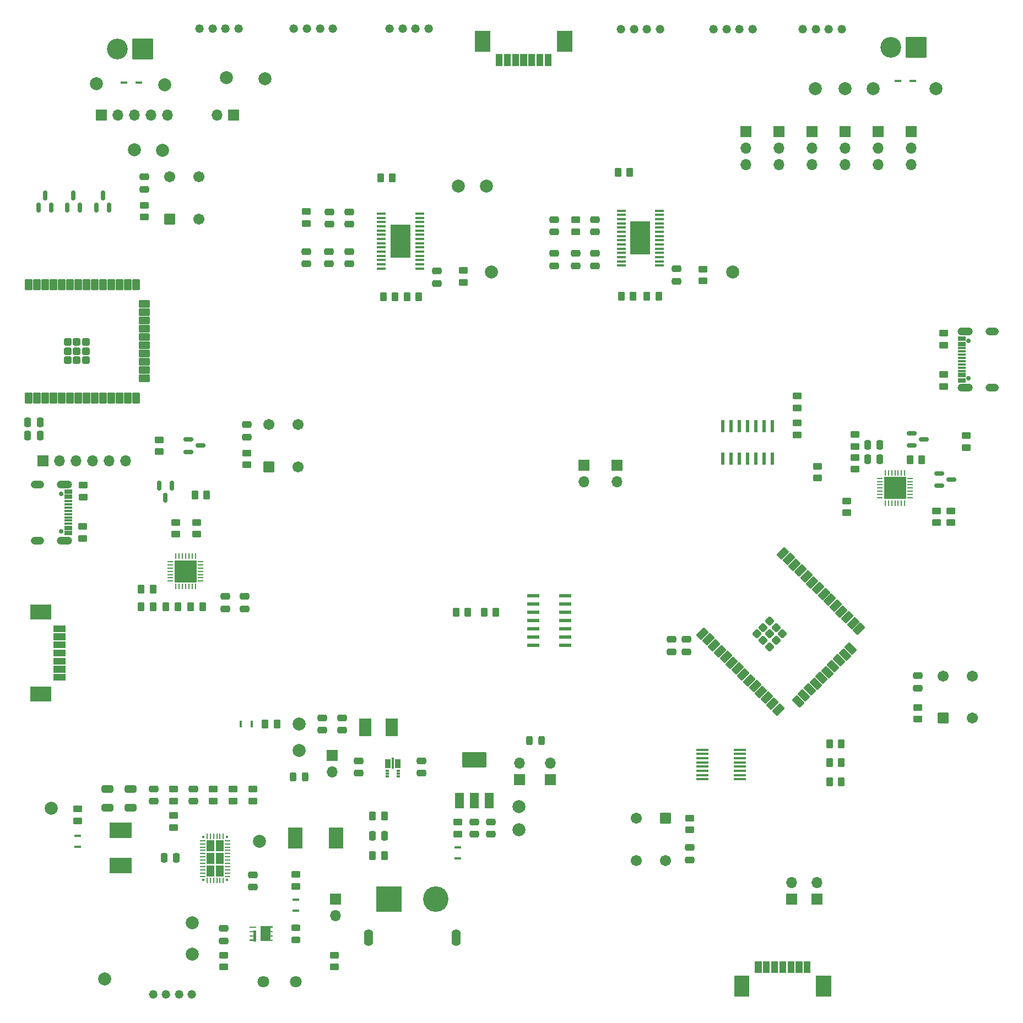
<source format=gts>
%TF.GenerationSoftware,KiCad,Pcbnew,7.0.9*%
%TF.CreationDate,2024-03-24T19:40:24-04:00*%
%TF.ProjectId,CSTAR,43535441-522e-46b6-9963-61645f706362,rev?*%
%TF.SameCoordinates,Original*%
%TF.FileFunction,Soldermask,Top*%
%TF.FilePolarity,Negative*%
%FSLAX46Y46*%
G04 Gerber Fmt 4.6, Leading zero omitted, Abs format (unit mm)*
G04 Created by KiCad (PCBNEW 7.0.9) date 2024-03-24 19:40:24*
%MOMM*%
%LPD*%
G01*
G04 APERTURE LIST*
G04 Aperture macros list*
%AMRoundRect*
0 Rectangle with rounded corners*
0 $1 Rounding radius*
0 $2 $3 $4 $5 $6 $7 $8 $9 X,Y pos of 4 corners*
0 Add a 4 corners polygon primitive as box body*
4,1,4,$2,$3,$4,$5,$6,$7,$8,$9,$2,$3,0*
0 Add four circle primitives for the rounded corners*
1,1,$1+$1,$2,$3*
1,1,$1+$1,$4,$5*
1,1,$1+$1,$6,$7*
1,1,$1+$1,$8,$9*
0 Add four rect primitives between the rounded corners*
20,1,$1+$1,$2,$3,$4,$5,0*
20,1,$1+$1,$4,$5,$6,$7,0*
20,1,$1+$1,$6,$7,$8,$9,0*
20,1,$1+$1,$8,$9,$2,$3,0*%
%AMFreePoly0*
4,1,9,0.533400,-0.170180,0.127000,-0.170180,0.127000,-0.127000,-0.533400,-0.127000,-0.533400,0.127000,0.127000,0.127000,0.127000,1.480820,0.533400,1.480820,0.533400,-0.170180,0.533400,-0.170180,$1*%
%AMFreePoly1*
4,1,9,0.177800,0.127000,0.533400,0.127000,0.533400,-0.127000,0.177800,-0.127000,0.177800,-2.153920,-1.320800,-2.153920,-1.320800,0.157480,0.177800,0.157480,0.177800,0.127000,0.177800,0.127000,$1*%
G04 Aperture macros list end*
%ADD10C,0.010000*%
%ADD11R,1.700000X1.700000*%
%ADD12O,1.700000X1.700000*%
%ADD13C,0.700000*%
%ADD14RoundRect,0.050000X-0.570000X0.300000X-0.570000X-0.300000X0.570000X-0.300000X0.570000X0.300000X0*%
%ADD15RoundRect,0.050000X-0.570000X0.150000X-0.570000X-0.150000X0.570000X-0.150000X0.570000X0.150000X0*%
%ADD16O,2.354000X1.254000*%
%ADD17O,2.054000X1.254000*%
%ADD18RoundRect,0.050000X0.570000X-0.150000X0.570000X0.150000X-0.570000X0.150000X-0.570000X-0.150000X0*%
%ADD19RoundRect,0.050000X0.570000X-0.300000X0.570000X0.300000X-0.570000X0.300000X-0.570000X-0.300000X0*%
%ADD20C,2.000000*%
%ADD21RoundRect,0.250000X-0.262500X-0.450000X0.262500X-0.450000X0.262500X0.450000X-0.262500X0.450000X0*%
%ADD22RoundRect,0.250000X0.250000X0.475000X-0.250000X0.475000X-0.250000X-0.475000X0.250000X-0.475000X0*%
%ADD23RoundRect,0.250000X-0.475000X0.250000X-0.475000X-0.250000X0.475000X-0.250000X0.475000X0.250000X0*%
%ADD24C,1.320800*%
%ADD25RoundRect,0.150000X-0.587500X-0.150000X0.587500X-0.150000X0.587500X0.150000X-0.587500X0.150000X0*%
%ADD26RoundRect,0.250000X0.650000X-0.325000X0.650000X0.325000X-0.650000X0.325000X-0.650000X-0.325000X0*%
%ADD27RoundRect,0.150000X-0.150000X0.587500X-0.150000X-0.587500X0.150000X-0.587500X0.150000X0.587500X0*%
%ADD28R,3.429000X2.489200*%
%ADD29RoundRect,0.250000X-0.450000X0.262500X-0.450000X-0.262500X0.450000X-0.262500X0.450000X0.262500X0*%
%ADD30RoundRect,0.250000X-0.250000X-0.475000X0.250000X-0.475000X0.250000X0.475000X-0.250000X0.475000X0*%
%ADD31R,0.812800X1.447800*%
%ADD32R,0.609600X0.304800*%
%ADD33R,0.304800X1.727200*%
%ADD34R,0.990600X0.406400*%
%ADD35RoundRect,0.150000X0.150000X-0.587500X0.150000X0.587500X-0.150000X0.587500X-0.150000X-0.587500X0*%
%ADD36RoundRect,0.250000X0.262500X0.450000X-0.262500X0.450000X-0.262500X-0.450000X0.262500X-0.450000X0*%
%ADD37RoundRect,0.250000X0.450000X-0.262500X0.450000X0.262500X-0.450000X0.262500X-0.450000X-0.262500X0*%
%ADD38R,1.400000X0.449999*%
%ADD39C,0.499999*%
%ADD40R,3.099999X5.180000*%
%ADD41RoundRect,0.250000X0.475000X-0.250000X0.475000X0.250000X-0.475000X0.250000X-0.475000X-0.250000X0*%
%ADD42R,0.254000X0.965200*%
%ADD43R,0.965200X0.254000*%
%ADD44R,3.352800X3.352800*%
%ADD45R,1.981200X0.558800*%
%ADD46R,0.558800X1.981200*%
%ADD47RoundRect,0.102000X-0.749000X0.749000X-0.749000X-0.749000X0.749000X-0.749000X0.749000X0.749000X0*%
%ADD48C,1.702000*%
%ADD49R,1.117600X0.406400*%
%ADD50RoundRect,0.243750X-0.243750X-0.456250X0.243750X-0.456250X0.243750X0.456250X-0.243750X0.456250X0*%
%ADD51RoundRect,0.102000X-0.212132X-0.848528X0.848528X0.212132X0.212132X0.848528X-0.848528X-0.212132X0*%
%ADD52RoundRect,0.102000X0.212132X-0.848528X0.848528X-0.212132X-0.212132X0.848528X-0.848528X0.212132X0*%
%ADD53RoundRect,0.102000X0.000000X-0.636396X0.636396X0.000000X0.000000X0.636396X-0.636396X0.000000X0*%
%ADD54RoundRect,0.102000X0.600000X-1.100000X0.600000X1.100000X-0.600000X1.100000X-0.600000X-1.100000X0*%
%ADD55RoundRect,0.102000X1.750000X-1.100000X1.750000X1.100000X-1.750000X1.100000X-1.750000X-1.100000X0*%
%ADD56RoundRect,0.102000X1.500000X1.500000X-1.500000X1.500000X-1.500000X-1.500000X1.500000X-1.500000X0*%
%ADD57C,3.204000*%
%ADD58RoundRect,0.102000X0.450000X-0.750000X0.450000X0.750000X-0.450000X0.750000X-0.450000X-0.750000X0*%
%ADD59RoundRect,0.102000X0.750000X-0.450000X0.750000X0.450000X-0.750000X0.450000X-0.750000X-0.450000X0*%
%ADD60RoundRect,0.102000X0.450000X-0.450000X0.450000X0.450000X-0.450000X0.450000X-0.450000X-0.450000X0*%
%ADD61R,1.066800X0.254000*%
%ADD62FreePoly0,0.000000*%
%ADD63FreePoly1,0.000000*%
%ADD64RoundRect,0.243750X0.456250X-0.243750X0.456250X0.243750X-0.456250X0.243750X-0.456250X-0.243750X0*%
%ADD65R,1.981200X2.794000*%
%ADD66RoundRect,0.102000X1.858000X1.858000X-1.858000X1.858000X-1.858000X-1.858000X1.858000X-1.858000X0*%
%ADD67C,3.920000*%
%ADD68O,1.404000X2.604000*%
%ADD69R,2.184400X3.200400*%
%ADD70R,0.406400X0.990600*%
%ADD71R,1.955432X0.420766*%
%ADD72C,1.803400*%
%ADD73R,0.812800X0.228600*%
%ADD74R,0.228600X0.812800*%
%ADD75R,1.193800X1.727200*%
%ADD76R,0.381000X0.381000*%
%ADD77RoundRect,0.102000X0.749000X-0.749000X0.749000X0.749000X-0.749000X0.749000X-0.749000X-0.749000X0*%
G04 APERTURE END LIST*
%TO.C,J26*%
D10*
X135746200Y-56186200D02*
X133493800Y-56186200D01*
X133493800Y-53033800D01*
X135746200Y-53033800D01*
X135746200Y-56186200D01*
G36*
X135746200Y-56186200D02*
G01*
X133493800Y-56186200D01*
X133493800Y-53033800D01*
X135746200Y-53033800D01*
X135746200Y-56186200D01*
G37*
X132546200Y-58386200D02*
X131593800Y-58386200D01*
X131593800Y-56633800D01*
X132546200Y-56633800D01*
X132546200Y-58386200D01*
G36*
X132546200Y-58386200D02*
G01*
X131593800Y-58386200D01*
X131593800Y-56633800D01*
X132546200Y-56633800D01*
X132546200Y-58386200D01*
G37*
X131296200Y-58386200D02*
X130343800Y-58386200D01*
X130343800Y-56633800D01*
X131296200Y-56633800D01*
X131296200Y-58386200D01*
G36*
X131296200Y-58386200D02*
G01*
X130343800Y-58386200D01*
X130343800Y-56633800D01*
X131296200Y-56633800D01*
X131296200Y-58386200D01*
G37*
X130046200Y-58386200D02*
X129093800Y-58386200D01*
X129093800Y-56633800D01*
X130046200Y-56633800D01*
X130046200Y-58386200D01*
G36*
X130046200Y-58386200D02*
G01*
X129093800Y-58386200D01*
X129093800Y-56633800D01*
X130046200Y-56633800D01*
X130046200Y-58386200D01*
G37*
X128796200Y-58386200D02*
X127843800Y-58386200D01*
X127843800Y-56633800D01*
X128796200Y-56633800D01*
X128796200Y-58386200D01*
G36*
X128796200Y-58386200D02*
G01*
X127843800Y-58386200D01*
X127843800Y-56633800D01*
X128796200Y-56633800D01*
X128796200Y-58386200D01*
G37*
X127546200Y-58386200D02*
X126593800Y-58386200D01*
X126593800Y-56633800D01*
X127546200Y-56633800D01*
X127546200Y-58386200D01*
G36*
X127546200Y-58386200D02*
G01*
X126593800Y-58386200D01*
X126593800Y-56633800D01*
X127546200Y-56633800D01*
X127546200Y-58386200D01*
G37*
X126296200Y-58386200D02*
X125343800Y-58386200D01*
X125343800Y-56633800D01*
X126296200Y-56633800D01*
X126296200Y-58386200D01*
G36*
X126296200Y-58386200D02*
G01*
X125343800Y-58386200D01*
X125343800Y-56633800D01*
X126296200Y-56633800D01*
X126296200Y-58386200D01*
G37*
X125046200Y-58386200D02*
X124093800Y-58386200D01*
X124093800Y-56633800D01*
X125046200Y-56633800D01*
X125046200Y-58386200D01*
G36*
X125046200Y-58386200D02*
G01*
X124093800Y-58386200D01*
X124093800Y-56633800D01*
X125046200Y-56633800D01*
X125046200Y-58386200D01*
G37*
X123146200Y-56186200D02*
X120893800Y-56186200D01*
X120893800Y-53033800D01*
X123146200Y-53033800D01*
X123146200Y-56186200D01*
G36*
X123146200Y-56186200D02*
G01*
X120893800Y-56186200D01*
X120893800Y-53033800D01*
X123146200Y-53033800D01*
X123146200Y-56186200D01*
G37*
%TO.C,J7*%
X162974200Y-201466200D02*
X160721800Y-201466200D01*
X160721800Y-198313800D01*
X162974200Y-198313800D01*
X162974200Y-201466200D01*
G36*
X162974200Y-201466200D02*
G01*
X160721800Y-201466200D01*
X160721800Y-198313800D01*
X162974200Y-198313800D01*
X162974200Y-201466200D01*
G37*
X164874200Y-197866200D02*
X163921800Y-197866200D01*
X163921800Y-196113800D01*
X164874200Y-196113800D01*
X164874200Y-197866200D01*
G36*
X164874200Y-197866200D02*
G01*
X163921800Y-197866200D01*
X163921800Y-196113800D01*
X164874200Y-196113800D01*
X164874200Y-197866200D01*
G37*
X166124200Y-197866200D02*
X165171800Y-197866200D01*
X165171800Y-196113800D01*
X166124200Y-196113800D01*
X166124200Y-197866200D01*
G36*
X166124200Y-197866200D02*
G01*
X165171800Y-197866200D01*
X165171800Y-196113800D01*
X166124200Y-196113800D01*
X166124200Y-197866200D01*
G37*
X167374200Y-197866200D02*
X166421800Y-197866200D01*
X166421800Y-196113800D01*
X167374200Y-196113800D01*
X167374200Y-197866200D01*
G36*
X167374200Y-197866200D02*
G01*
X166421800Y-197866200D01*
X166421800Y-196113800D01*
X167374200Y-196113800D01*
X167374200Y-197866200D01*
G37*
X168624200Y-197866200D02*
X167671800Y-197866200D01*
X167671800Y-196113800D01*
X168624200Y-196113800D01*
X168624200Y-197866200D01*
G36*
X168624200Y-197866200D02*
G01*
X167671800Y-197866200D01*
X167671800Y-196113800D01*
X168624200Y-196113800D01*
X168624200Y-197866200D01*
G37*
X169874200Y-197866200D02*
X168921800Y-197866200D01*
X168921800Y-196113800D01*
X169874200Y-196113800D01*
X169874200Y-197866200D01*
G36*
X169874200Y-197866200D02*
G01*
X168921800Y-197866200D01*
X168921800Y-196113800D01*
X169874200Y-196113800D01*
X169874200Y-197866200D01*
G37*
X171124200Y-197866200D02*
X170171800Y-197866200D01*
X170171800Y-196113800D01*
X171124200Y-196113800D01*
X171124200Y-197866200D01*
G36*
X171124200Y-197866200D02*
G01*
X170171800Y-197866200D01*
X170171800Y-196113800D01*
X171124200Y-196113800D01*
X171124200Y-197866200D01*
G37*
X172374200Y-197866200D02*
X171421800Y-197866200D01*
X171421800Y-196113800D01*
X172374200Y-196113800D01*
X172374200Y-197866200D01*
G36*
X172374200Y-197866200D02*
G01*
X171421800Y-197866200D01*
X171421800Y-196113800D01*
X172374200Y-196113800D01*
X172374200Y-197866200D01*
G37*
X175574200Y-201466200D02*
X173321800Y-201466200D01*
X173321800Y-198313800D01*
X175574200Y-198313800D01*
X175574200Y-201466200D01*
G36*
X175574200Y-201466200D02*
G01*
X173321800Y-201466200D01*
X173321800Y-198313800D01*
X175574200Y-198313800D01*
X175574200Y-201466200D01*
G37*
%TO.C,Q8*%
G36*
X87274400Y-193065400D02*
G01*
X86868000Y-193065400D01*
X86868000Y-191429640D01*
X87274400Y-191429640D01*
X87274400Y-193065400D01*
G37*
%TO.C,J28*%
X55686200Y-143500200D02*
X52533800Y-143500200D01*
X52533800Y-141247800D01*
X55686200Y-141247800D01*
X55686200Y-143500200D01*
G36*
X55686200Y-143500200D02*
G01*
X52533800Y-143500200D01*
X52533800Y-141247800D01*
X55686200Y-141247800D01*
X55686200Y-143500200D01*
G37*
X57886200Y-145400200D02*
X56133800Y-145400200D01*
X56133800Y-144447800D01*
X57886200Y-144447800D01*
X57886200Y-145400200D01*
G36*
X57886200Y-145400200D02*
G01*
X56133800Y-145400200D01*
X56133800Y-144447800D01*
X57886200Y-144447800D01*
X57886200Y-145400200D01*
G37*
X57886200Y-146650200D02*
X56133800Y-146650200D01*
X56133800Y-145697800D01*
X57886200Y-145697800D01*
X57886200Y-146650200D01*
G36*
X57886200Y-146650200D02*
G01*
X56133800Y-146650200D01*
X56133800Y-145697800D01*
X57886200Y-145697800D01*
X57886200Y-146650200D01*
G37*
X57886200Y-147900200D02*
X56133800Y-147900200D01*
X56133800Y-146947800D01*
X57886200Y-146947800D01*
X57886200Y-147900200D01*
G36*
X57886200Y-147900200D02*
G01*
X56133800Y-147900200D01*
X56133800Y-146947800D01*
X57886200Y-146947800D01*
X57886200Y-147900200D01*
G37*
X57886200Y-149150200D02*
X56133800Y-149150200D01*
X56133800Y-148197800D01*
X57886200Y-148197800D01*
X57886200Y-149150200D01*
G36*
X57886200Y-149150200D02*
G01*
X56133800Y-149150200D01*
X56133800Y-148197800D01*
X57886200Y-148197800D01*
X57886200Y-149150200D01*
G37*
X57886200Y-150400200D02*
X56133800Y-150400200D01*
X56133800Y-149447800D01*
X57886200Y-149447800D01*
X57886200Y-150400200D01*
G36*
X57886200Y-150400200D02*
G01*
X56133800Y-150400200D01*
X56133800Y-149447800D01*
X57886200Y-149447800D01*
X57886200Y-150400200D01*
G37*
X57886200Y-151650200D02*
X56133800Y-151650200D01*
X56133800Y-150697800D01*
X57886200Y-150697800D01*
X57886200Y-151650200D01*
G36*
X57886200Y-151650200D02*
G01*
X56133800Y-151650200D01*
X56133800Y-150697800D01*
X57886200Y-150697800D01*
X57886200Y-151650200D01*
G37*
X57886200Y-152900200D02*
X56133800Y-152900200D01*
X56133800Y-151947800D01*
X57886200Y-151947800D01*
X57886200Y-152900200D01*
G36*
X57886200Y-152900200D02*
G01*
X56133800Y-152900200D01*
X56133800Y-151947800D01*
X57886200Y-151947800D01*
X57886200Y-152900200D01*
G37*
X55686200Y-156100200D02*
X52533800Y-156100200D01*
X52533800Y-153847800D01*
X55686200Y-153847800D01*
X55686200Y-156100200D01*
G36*
X55686200Y-156100200D02*
G01*
X52533800Y-156100200D01*
X52533800Y-153847800D01*
X55686200Y-153847800D01*
X55686200Y-156100200D01*
G37*
%TD*%
D11*
%TO.C,J25*%
X54500000Y-119200000D03*
D12*
X57040000Y-119200000D03*
X59580000Y-119200000D03*
X62120000Y-119200000D03*
X64660000Y-119200000D03*
X67200000Y-119200000D03*
%TD*%
D13*
%TO.C,J31*%
X57287500Y-124210000D03*
X57287500Y-129990000D03*
D14*
X58357500Y-123900000D03*
X58357500Y-124700000D03*
D15*
X58357500Y-125850000D03*
X58357500Y-126850000D03*
X58357500Y-127350000D03*
X58357500Y-128350000D03*
D14*
X58357500Y-130300000D03*
X58357500Y-129500000D03*
D15*
X58357500Y-128850000D03*
X58357500Y-127850000D03*
X58357500Y-126350000D03*
X58357500Y-125350000D03*
D16*
X57787500Y-122780000D03*
X57787500Y-131420000D03*
D17*
X53637500Y-122780000D03*
X53637500Y-131420000D03*
%TD*%
%TO.C,J27*%
X200400000Y-99280000D03*
X200400000Y-107920000D03*
D16*
X196250000Y-99280000D03*
X196250000Y-107920000D03*
D18*
X195680000Y-105350000D03*
X195680000Y-104350000D03*
X195680000Y-102850000D03*
X195680000Y-101850000D03*
D19*
X195680000Y-101200000D03*
X195680000Y-100400000D03*
D18*
X195680000Y-102350000D03*
X195680000Y-103350000D03*
X195680000Y-103850000D03*
X195680000Y-104850000D03*
D19*
X195680000Y-106000000D03*
X195680000Y-106800000D03*
D13*
X196750000Y-100710000D03*
X196750000Y-106490000D03*
%TD*%
D20*
%TO.C,TP9*%
X123444000Y-90170000D03*
%TD*%
D21*
%TO.C,R23*%
X69562500Y-138875000D03*
X71387500Y-138875000D03*
%TD*%
D11*
%TO.C,J10*%
X162560000Y-68580000D03*
D12*
X162560000Y-71120000D03*
X162560000Y-73660000D03*
%TD*%
D22*
%TO.C,C2*%
X74991000Y-180213000D03*
X73091000Y-180213000D03*
%TD*%
D23*
%TO.C,C38*%
X82296000Y-191074000D03*
X82296000Y-192974000D03*
%TD*%
D24*
%TO.C,J18*%
X143320000Y-52793000D03*
X145319999Y-52793000D03*
X147320000Y-52793000D03*
X149319998Y-52793000D03*
%TD*%
D23*
%TO.C,C20*%
X133045200Y-87289200D03*
X133045200Y-89189200D03*
%TD*%
%TO.C,C22*%
X139293600Y-87279400D03*
X139293600Y-89179400D03*
%TD*%
D20*
%TO.C,TP3*%
X127635000Y-172339000D03*
%TD*%
%TO.C,TP14*%
X191770000Y-61976000D03*
%TD*%
D23*
%TO.C,C4*%
X86741000Y-182819000D03*
X86741000Y-184719000D03*
%TD*%
D11*
%TO.C,J2*%
X132461000Y-168153000D03*
D12*
X132461000Y-165613000D03*
%TD*%
D20*
%TO.C,TP7*%
X93853000Y-159639000D03*
%TD*%
D25*
%TO.C,Q4*%
X188014000Y-114938000D03*
X188014000Y-116838000D03*
X189889000Y-115888000D03*
%TD*%
D26*
%TO.C,C8*%
X64389000Y-172544000D03*
X64389000Y-169594000D03*
%TD*%
D27*
%TO.C,Q2*%
X74277500Y-122942500D03*
X72377500Y-122942500D03*
X73327500Y-124817500D03*
%TD*%
D28*
%TO.C,L1*%
X66421000Y-181406800D03*
X66421000Y-175971200D03*
%TD*%
D29*
%TO.C,R41*%
X191824000Y-126852500D03*
X191824000Y-128677500D03*
%TD*%
D30*
%TO.C,C31*%
X52136000Y-113284000D03*
X54036000Y-113284000D03*
%TD*%
D29*
%TO.C,R3*%
X80645000Y-169648500D03*
X80645000Y-171473500D03*
%TD*%
D31*
%TO.C,PS1*%
X107492988Y-165757784D03*
D32*
X107392978Y-166808988D03*
X107392978Y-167259000D03*
X107392988Y-167709012D03*
X109092990Y-167709012D03*
X109093000Y-167259000D03*
X109093000Y-166808988D03*
D31*
X108992990Y-165757784D03*
D33*
X108242989Y-165618084D03*
%TD*%
D34*
%TO.C,LED4*%
X59817000Y-178523900D03*
X59817000Y-176822100D03*
%TD*%
D11*
%TO.C,J22*%
X137668000Y-119883000D03*
D12*
X137668000Y-122423000D03*
%TD*%
D35*
%TO.C,Q5*%
X58232000Y-80264000D03*
X60132000Y-80264000D03*
X59182000Y-78389000D03*
%TD*%
D36*
%TO.C,R11*%
X106957500Y-179857400D03*
X105132500Y-179857400D03*
%TD*%
D37*
%TO.C,R13*%
X119126000Y-91741000D03*
X119126000Y-89916000D03*
%TD*%
D20*
%TO.C,TP12*%
X118364000Y-76962000D03*
%TD*%
D35*
%TO.C,Q7*%
X62738000Y-80264000D03*
X64638000Y-80264000D03*
X63688000Y-78389000D03*
%TD*%
D38*
%TO.C,U2*%
X143353998Y-80695000D03*
X143353998Y-81345001D03*
X143353998Y-81995000D03*
X143353998Y-82645001D03*
X143353998Y-83294999D03*
X143353998Y-83945001D03*
X143353998Y-84594999D03*
X143353998Y-85245001D03*
X143353998Y-85894999D03*
X143353998Y-86545001D03*
X143353998Y-87194999D03*
X143353998Y-87845000D03*
X143353998Y-88494999D03*
X143353998Y-89145000D03*
X149253999Y-89145000D03*
X149253999Y-88494999D03*
X149253999Y-87845000D03*
X149253999Y-87194999D03*
X149253999Y-86545001D03*
X149253999Y-85894999D03*
X149253999Y-85245001D03*
X149253999Y-84594999D03*
X149253999Y-83945001D03*
X149253999Y-83294999D03*
X149253999Y-82645001D03*
X149253999Y-81995000D03*
X149253999Y-81345001D03*
X149253999Y-80695000D03*
D39*
X145203997Y-82719999D03*
X145203997Y-83820000D03*
X145203997Y-84920000D03*
X145203997Y-86020000D03*
X145203997Y-87120001D03*
X146303997Y-82719999D03*
D40*
X146303997Y-84920000D03*
D39*
X146303997Y-87120001D03*
X146304000Y-83820000D03*
X146304000Y-84920000D03*
X146304000Y-86020000D03*
X147403997Y-82719999D03*
X147403997Y-83820000D03*
X147403997Y-84920000D03*
X147403997Y-86020000D03*
X147403997Y-87120001D03*
%TD*%
D37*
%TO.C,R51*%
X192913000Y-101369500D03*
X192913000Y-99544500D03*
%TD*%
D29*
%TO.C,R9*%
X59817000Y-172696500D03*
X59817000Y-174521500D03*
%TD*%
D20*
%TO.C,TP19*%
X88646000Y-60452000D03*
%TD*%
D24*
%TO.C,J17*%
X157553401Y-52832000D03*
X159553400Y-52832000D03*
X161553401Y-52832000D03*
X163553399Y-52832000D03*
%TD*%
D11*
%TO.C,J3*%
X98933000Y-164460000D03*
D12*
X98933000Y-167000000D03*
%TD*%
D24*
%TO.C,J11*%
X171260000Y-52832000D03*
X173259999Y-52832000D03*
X175260000Y-52832000D03*
X177259998Y-52832000D03*
%TD*%
D11*
%TO.C,J20*%
X142748000Y-119883000D03*
D12*
X142748000Y-122423000D03*
%TD*%
D41*
%TO.C,C34*%
X188976000Y-154112000D03*
X188976000Y-152212000D03*
%TD*%
D37*
%TO.C,R5*%
X83693000Y-171473500D03*
X83693000Y-169648500D03*
%TD*%
D11*
%TO.C,J6*%
X173482000Y-186576000D03*
D12*
X173482000Y-184036000D03*
%TD*%
D41*
%TO.C,C29*%
X70104000Y-77404000D03*
X70104000Y-75504000D03*
%TD*%
D20*
%TO.C,TP10*%
X68580000Y-71374000D03*
%TD*%
D23*
%TO.C,C1*%
X123317000Y-174691000D03*
X123317000Y-176591000D03*
%TD*%
D42*
%TO.C,U8*%
X186935900Y-121019900D03*
X186435901Y-121019900D03*
X185935899Y-121019900D03*
X185435900Y-121019900D03*
X184935901Y-121019900D03*
X184435899Y-121019900D03*
X183935900Y-121019900D03*
D43*
X183111800Y-121844000D03*
X183111800Y-122343999D03*
X183111800Y-122844001D03*
X183111800Y-123344000D03*
X183111800Y-123843999D03*
X183111800Y-124344001D03*
X183111800Y-124844000D03*
D42*
X183935900Y-125668100D03*
X184435899Y-125668100D03*
X184935901Y-125668100D03*
X185435900Y-125668100D03*
X185935899Y-125668100D03*
X186435901Y-125668100D03*
X186935900Y-125668100D03*
D43*
X187760000Y-124844000D03*
X187760000Y-124344001D03*
X187760000Y-123843999D03*
X187760000Y-123344000D03*
X187760000Y-122844001D03*
X187760000Y-122343999D03*
X187760000Y-121844000D03*
D44*
X185435900Y-123344000D03*
%TD*%
D37*
%TO.C,R39*%
X196396000Y-117120500D03*
X196396000Y-115295500D03*
%TD*%
%TO.C,R31*%
X70104000Y-81684500D03*
X70104000Y-79859500D03*
%TD*%
D23*
%TO.C,C12*%
X100457000Y-158689000D03*
X100457000Y-160589000D03*
%TD*%
D11*
%TO.C,J5*%
X169545000Y-186576000D03*
D12*
X169545000Y-184036000D03*
%TD*%
D21*
%TO.C,R22*%
X69572500Y-141605000D03*
X71397500Y-141605000D03*
%TD*%
D37*
%TO.C,R53*%
X170434000Y-111017700D03*
X170434000Y-109192700D03*
%TD*%
%TO.C,R35*%
X179251000Y-120446000D03*
X179251000Y-118621000D03*
%TD*%
D20*
%TO.C,TP21*%
X82727800Y-60223400D03*
%TD*%
D45*
%TO.C,U4*%
X134797800Y-147574000D03*
X134797800Y-146304000D03*
X134797800Y-145034000D03*
X134797800Y-143764000D03*
X134797800Y-142494000D03*
X134797800Y-141224000D03*
X134797800Y-139954000D03*
X129870200Y-139954000D03*
X129870200Y-141224000D03*
X129870200Y-142494000D03*
X129870200Y-143764000D03*
X129870200Y-145034000D03*
X129870200Y-146304000D03*
X129870200Y-147574000D03*
%TD*%
D30*
%TO.C,C11*%
X105095000Y-176809400D03*
X106995000Y-176809400D03*
%TD*%
D21*
%TO.C,R45*%
X117959500Y-142494000D03*
X119784500Y-142494000D03*
%TD*%
D41*
%TO.C,C17*%
X98552000Y-82804000D03*
X98552000Y-80904000D03*
%TD*%
%TO.C,C27*%
X85471000Y-141920000D03*
X85471000Y-140020000D03*
%TD*%
D29*
%TO.C,R6*%
X118237000Y-174728500D03*
X118237000Y-176553500D03*
%TD*%
D41*
%TO.C,C6*%
X71501000Y-171511000D03*
X71501000Y-169611000D03*
%TD*%
D29*
%TO.C,R7*%
X74549000Y-173712500D03*
X74549000Y-175537500D03*
%TD*%
D21*
%TO.C,R38*%
X187736500Y-119002000D03*
X189561500Y-119002000D03*
%TD*%
D20*
%TO.C,TP-VGSW1*%
X77470000Y-190246000D03*
%TD*%
D11*
%TO.C,J15*%
X167640000Y-68580000D03*
D12*
X167640000Y-71120000D03*
X167640000Y-73660000D03*
%TD*%
D34*
%TO.C,LED3*%
X118237000Y-180301900D03*
X118237000Y-178600100D03*
%TD*%
D23*
%TO.C,C9*%
X102997000Y-165293000D03*
X102997000Y-167193000D03*
%TD*%
D36*
%TO.C,R26*%
X79652500Y-124460000D03*
X77827500Y-124460000D03*
%TD*%
D11*
%TO.C,J8*%
X182880000Y-68580000D03*
D12*
X182880000Y-71120000D03*
X182880000Y-73660000D03*
%TD*%
D20*
%TO.C,TP1*%
X127635000Y-175895000D03*
%TD*%
D46*
%TO.C,U7*%
X159004000Y-118795800D03*
X160274000Y-118795800D03*
X161544000Y-118795800D03*
X162814000Y-118795800D03*
X164084000Y-118795800D03*
X165354000Y-118795800D03*
X166624000Y-118795800D03*
X166624000Y-113868200D03*
X165354000Y-113868200D03*
X164084000Y-113868200D03*
X162814000Y-113868200D03*
X161544000Y-113868200D03*
X160274000Y-113868200D03*
X159004000Y-113868200D03*
%TD*%
D47*
%TO.C,SW4*%
X150205000Y-174100000D03*
D48*
X150205000Y-180600000D03*
X145705000Y-174100000D03*
X145705000Y-180600000D03*
%TD*%
D41*
%TO.C,C15*%
X115062000Y-91882000D03*
X115062000Y-89982000D03*
%TD*%
D38*
%TO.C,U3*%
X106473201Y-81154199D03*
X106473201Y-81804200D03*
X106473201Y-82454199D03*
X106473201Y-83104200D03*
X106473201Y-83754198D03*
X106473201Y-84404200D03*
X106473201Y-85054198D03*
X106473201Y-85704200D03*
X106473201Y-86354198D03*
X106473201Y-87004200D03*
X106473201Y-87654198D03*
X106473201Y-88304199D03*
X106473201Y-88954198D03*
X106473201Y-89604199D03*
X112373202Y-89604199D03*
X112373202Y-88954198D03*
X112373202Y-88304199D03*
X112373202Y-87654198D03*
X112373202Y-87004200D03*
X112373202Y-86354198D03*
X112373202Y-85704200D03*
X112373202Y-85054198D03*
X112373202Y-84404200D03*
X112373202Y-83754198D03*
X112373202Y-83104200D03*
X112373202Y-82454199D03*
X112373202Y-81804200D03*
X112373202Y-81154199D03*
D39*
X108323200Y-83179198D03*
X108323200Y-84279199D03*
X108323200Y-85379199D03*
X108323200Y-86479199D03*
X108323200Y-87579200D03*
X109423200Y-83179198D03*
D40*
X109423200Y-85379199D03*
D39*
X109423200Y-87579200D03*
X109423203Y-84279199D03*
X109423203Y-85379199D03*
X109423203Y-86479199D03*
X110523200Y-83179198D03*
X110523200Y-84279199D03*
X110523200Y-85379199D03*
X110523200Y-86479199D03*
X110523200Y-87579200D03*
%TD*%
D49*
%TO.C,CR1*%
X66929000Y-61000000D03*
X69215000Y-61000000D03*
%TD*%
D23*
%TO.C,C37*%
X153416000Y-146624000D03*
X153416000Y-148524000D03*
%TD*%
D50*
%TO.C,F2*%
X129237500Y-162179000D03*
X131112500Y-162179000D03*
%TD*%
D41*
%TO.C,C28*%
X85852000Y-115504000D03*
X85852000Y-113604000D03*
%TD*%
D29*
%TO.C,R43*%
X170434000Y-113360200D03*
X170434000Y-115185200D03*
%TD*%
%TO.C,R8*%
X74549000Y-169648500D03*
X74549000Y-171473500D03*
%TD*%
D20*
%TO.C,TP15*%
X182118000Y-61976000D03*
%TD*%
D23*
%TO.C,C3*%
X77597000Y-169611000D03*
X77597000Y-171511000D03*
%TD*%
D21*
%TO.C,R54*%
X175363500Y-168558000D03*
X177188500Y-168558000D03*
%TD*%
D41*
%TO.C,C16*%
X133096000Y-83957200D03*
X133096000Y-82057200D03*
%TD*%
D11*
%TO.C,J1*%
X99441000Y-186558000D03*
D12*
X99441000Y-189098000D03*
%TD*%
D29*
%TO.C,R58*%
X60579000Y-129262500D03*
X60579000Y-131087500D03*
%TD*%
D37*
%TO.C,R30*%
X78105000Y-130452500D03*
X78105000Y-128627500D03*
%TD*%
D36*
%TO.C,R14*%
X149145000Y-93894000D03*
X147320000Y-93894000D03*
%TD*%
D51*
%TO.C,U9*%
X155851413Y-145732360D03*
X156749438Y-146630386D03*
X157647464Y-147528412D03*
X158545489Y-148426437D03*
X159443515Y-149324463D03*
X160341541Y-150222488D03*
X161239566Y-151120514D03*
X162137592Y-152018540D03*
X163035618Y-152916565D03*
X163933643Y-153814591D03*
X164831669Y-154712616D03*
X165729694Y-155610642D03*
X166627720Y-156508668D03*
X167525746Y-157406693D03*
D52*
X170559234Y-156140972D03*
X171457259Y-155242947D03*
X172355285Y-154344921D03*
X173253311Y-153446895D03*
X174151336Y-152548870D03*
X175049362Y-151650844D03*
X175947387Y-150752818D03*
X176845413Y-149854793D03*
X177743439Y-148956767D03*
X178641464Y-148058742D03*
D51*
X179900114Y-145032325D03*
X179002089Y-144134299D03*
X178104063Y-143236273D03*
X177206037Y-142338248D03*
X176308012Y-141440222D03*
X175409986Y-140542197D03*
X174511961Y-139644171D03*
X173613935Y-138746145D03*
X172715909Y-137848120D03*
X171817884Y-136950094D03*
X170919858Y-136052068D03*
X170021833Y-135154043D03*
X169123807Y-134256017D03*
X168225781Y-133357992D03*
D53*
X164188202Y-145796000D03*
X165178151Y-144806050D03*
X166168101Y-143816101D03*
X165178151Y-146785949D03*
X166168101Y-145796000D03*
X167158050Y-144806050D03*
X166168101Y-147775899D03*
X167158050Y-146785949D03*
X168148000Y-145796000D03*
%TD*%
D54*
%TO.C,U1*%
X118477000Y-171375000D03*
X120777000Y-171375000D03*
X123077000Y-171375000D03*
D55*
X120777000Y-165175000D03*
%TD*%
D21*
%TO.C,R33*%
X175363500Y-165608000D03*
X177188500Y-165608000D03*
%TD*%
D20*
%TO.C,TP20*%
X173228000Y-61976000D03*
%TD*%
D24*
%TO.C,J19*%
X93060002Y-52705000D03*
X95060001Y-52705000D03*
X97060002Y-52705000D03*
X99060000Y-52705000D03*
%TD*%
D37*
%TO.C,R18*%
X136347200Y-83945100D03*
X136347200Y-82120100D03*
%TD*%
%TO.C,R36*%
X173536000Y-121819500D03*
X173536000Y-119994500D03*
%TD*%
D20*
%TO.C,TP4*%
X55753000Y-172593000D03*
%TD*%
D23*
%TO.C,C25*%
X94996000Y-87000000D03*
X94996000Y-88900000D03*
%TD*%
D36*
%TO.C,R15*%
X145184500Y-93894000D03*
X143359500Y-93894000D03*
%TD*%
D23*
%TO.C,C21*%
X101600000Y-87000000D03*
X101600000Y-88900000D03*
%TD*%
D11*
%TO.C,J9*%
X172720000Y-68580000D03*
D12*
X172720000Y-71120000D03*
X172720000Y-73660000D03*
%TD*%
D23*
%TO.C,C5*%
X120777000Y-174691000D03*
X120777000Y-176591000D03*
%TD*%
D24*
%TO.C,J12*%
X78550000Y-52705000D03*
X80549999Y-52705000D03*
X82550000Y-52705000D03*
X84549998Y-52705000D03*
%TD*%
D56*
%TO.C,X2*%
X188722000Y-55626000D03*
D57*
X184762000Y-55626000D03*
%TD*%
D56*
%TO.C,X1*%
X69850000Y-55880000D03*
D57*
X65890000Y-55880000D03*
%TD*%
D58*
%TO.C,U6*%
X52324000Y-109550000D03*
X53594000Y-109550000D03*
X54864000Y-109550000D03*
X56134000Y-109550000D03*
X57404000Y-109550000D03*
X58674000Y-109550000D03*
X59944000Y-109550000D03*
X61214000Y-109550000D03*
X62484000Y-109550000D03*
X63754000Y-109550000D03*
X65024000Y-109550000D03*
X66294000Y-109550000D03*
X67564000Y-109550000D03*
X68834000Y-109550000D03*
D59*
X70084000Y-106510000D03*
X70084000Y-105240000D03*
X70084000Y-103970000D03*
X70084000Y-102700000D03*
X70084000Y-101430000D03*
X70084000Y-100160000D03*
X70084000Y-98890000D03*
X70084000Y-97620000D03*
X70084000Y-96350000D03*
X70084000Y-95080000D03*
D58*
X68834000Y-92050000D03*
X67564000Y-92050000D03*
X66294000Y-92050000D03*
X65024000Y-92050000D03*
X63754000Y-92050000D03*
X62484000Y-92050000D03*
X61214000Y-92050000D03*
X59944000Y-92050000D03*
X58674000Y-92050000D03*
X57404000Y-92050000D03*
X56134000Y-92050000D03*
X54864000Y-92050000D03*
X53594000Y-92050000D03*
X52324000Y-92050000D03*
D60*
X58264000Y-103700000D03*
X58264000Y-102300000D03*
X58264000Y-100900000D03*
X59664000Y-103700000D03*
X59664000Y-102300000D03*
X59664000Y-100900000D03*
X61064000Y-103700000D03*
X61064000Y-102300000D03*
X61064000Y-100900000D03*
%TD*%
D23*
%TO.C,C23*%
X98476000Y-87000000D03*
X98476000Y-88900000D03*
%TD*%
D24*
%TO.C,J29*%
X77396599Y-201207001D03*
X75396600Y-201207001D03*
X73396599Y-201207001D03*
X71396601Y-201207001D03*
%TD*%
D61*
%TO.C,Q8*%
X86741000Y-190916560D03*
X86741000Y-191582040D03*
X86741000Y-192247520D03*
D62*
X86741000Y-192913000D03*
D61*
X89281000Y-192913000D03*
X89281000Y-192247520D03*
X89281000Y-191582040D03*
D63*
X89281000Y-190916560D03*
%TD*%
D36*
%TO.C,R21*%
X108204000Y-75692000D03*
X106379000Y-75692000D03*
%TD*%
D23*
%TO.C,C36*%
X151130000Y-146624000D03*
X151130000Y-148524000D03*
%TD*%
%TO.C,C18*%
X139319000Y-82088000D03*
X139319000Y-83988000D03*
%TD*%
D24*
%TO.C,J21*%
X107760000Y-52705000D03*
X109759999Y-52705000D03*
X111760000Y-52705000D03*
X113759998Y-52705000D03*
%TD*%
D21*
%TO.C,R52*%
X122277500Y-142494000D03*
X124102500Y-142494000D03*
%TD*%
D64*
%TO.C,F1*%
X93345000Y-192834500D03*
X93345000Y-190959500D03*
%TD*%
D36*
%TO.C,R1*%
X90447500Y-159639000D03*
X88622500Y-159639000D03*
%TD*%
D29*
%TO.C,R40*%
X193983000Y-126852500D03*
X193983000Y-128677500D03*
%TD*%
D36*
%TO.C,R24*%
X75207500Y-141605000D03*
X73382500Y-141605000D03*
%TD*%
D23*
%TO.C,C24*%
X136347200Y-87289200D03*
X136347200Y-89189200D03*
%TD*%
D37*
%TO.C,R12*%
X155956000Y-91488900D03*
X155956000Y-89663900D03*
%TD*%
D20*
%TO.C,TP8*%
X160528000Y-90170000D03*
%TD*%
D29*
%TO.C,R2*%
X93345000Y-182782200D03*
X93345000Y-184607200D03*
%TD*%
D41*
%TO.C,C14*%
X151892000Y-91542000D03*
X151892000Y-89642000D03*
%TD*%
D20*
%TO.C,TP16*%
X73202800Y-61315600D03*
%TD*%
D65*
%TO.C,L2*%
X108077000Y-160147000D03*
X104013000Y-160147000D03*
%TD*%
D37*
%TO.C,R29*%
X74930000Y-130452500D03*
X74930000Y-128627500D03*
%TD*%
%TO.C,R19*%
X94996000Y-82663000D03*
X94996000Y-80838000D03*
%TD*%
D35*
%TO.C,Q6*%
X53848000Y-80264000D03*
X55748000Y-80264000D03*
X54798000Y-78389000D03*
%TD*%
D66*
%TO.C,J4*%
X107652000Y-186532000D03*
D67*
X114852000Y-186532000D03*
D68*
X104502000Y-192532000D03*
X118002000Y-192532000D03*
%TD*%
D50*
%TO.C,F3*%
X92915500Y-167767000D03*
X94790500Y-167767000D03*
%TD*%
D69*
%TO.C,D1*%
X99517200Y-177165000D03*
X93268800Y-177165000D03*
%TD*%
D36*
%TO.C,R16*%
X112268000Y-93980000D03*
X110443000Y-93980000D03*
%TD*%
D20*
%TO.C,TP5*%
X93853000Y-163703000D03*
%TD*%
D37*
%TO.C,R46*%
X99314000Y-197000500D03*
X99314000Y-195175500D03*
%TD*%
%TO.C,R28*%
X85852000Y-119784500D03*
X85852000Y-117959500D03*
%TD*%
D29*
%TO.C,R37*%
X177981000Y-125328500D03*
X177981000Y-127153500D03*
%TD*%
D37*
%TO.C,R57*%
X60706000Y-124737500D03*
X60706000Y-122912500D03*
%TD*%
D70*
%TO.C,LED1*%
X84874100Y-159639000D03*
X86575900Y-159639000D03*
%TD*%
D20*
%TO.C,TP22*%
X77470000Y-195072000D03*
%TD*%
D23*
%TO.C,C19*%
X101600000Y-80904000D03*
X101600000Y-82804000D03*
%TD*%
D25*
%TO.C,Q1*%
X76865000Y-115890000D03*
X76865000Y-117790000D03*
X78740000Y-116840000D03*
%TD*%
D11*
%TO.C,J23*%
X127762000Y-168153000D03*
D12*
X127762000Y-165613000D03*
%TD*%
D71*
%TO.C,U10*%
X155874616Y-163587001D03*
X155874616Y-164236999D03*
X155874616Y-164887001D03*
X155874616Y-165536999D03*
X155874616Y-166187001D03*
X155874616Y-166836999D03*
X155874616Y-167487001D03*
X155874616Y-168136999D03*
X161625384Y-168136999D03*
X161625384Y-167487001D03*
X161625384Y-166836999D03*
X161625384Y-166187001D03*
X161625384Y-165536999D03*
X161625384Y-164887001D03*
X161625384Y-164236999D03*
X161625384Y-163587001D03*
%TD*%
D29*
%TO.C,R47*%
X82296000Y-195175500D03*
X82296000Y-197000500D03*
%TD*%
D36*
%TO.C,R20*%
X144676500Y-74844000D03*
X142851500Y-74844000D03*
%TD*%
D30*
%TO.C,C32*%
X181222000Y-118875000D03*
X183122000Y-118875000D03*
%TD*%
D29*
%TO.C,R50*%
X192913000Y-105894500D03*
X192913000Y-107719500D03*
%TD*%
D30*
%TO.C,C33*%
X181222000Y-116716000D03*
X183122000Y-116716000D03*
%TD*%
D72*
%TO.C,J30*%
X93392000Y-199263000D03*
X88392000Y-199263000D03*
%TD*%
D11*
%TO.C,J14*%
X177800000Y-68580000D03*
D12*
X177800000Y-71120000D03*
X177800000Y-73660000D03*
%TD*%
D73*
%TO.C,IC1*%
X79068676Y-177564415D03*
X79068676Y-178064541D03*
X79068676Y-178564667D03*
X79068676Y-179064793D03*
X79068676Y-179564919D03*
X79068676Y-180065045D03*
X79068676Y-180565171D03*
X79068676Y-181065297D03*
X79068676Y-181565423D03*
X79068676Y-182065549D03*
X79068676Y-182565675D03*
X79068676Y-183065801D03*
D74*
X79710661Y-183718708D03*
X80210787Y-183718708D03*
X80710913Y-183718708D03*
X81211039Y-183718708D03*
X81711165Y-183718708D03*
X82211291Y-183718708D03*
D73*
X82853276Y-183065801D03*
X82853276Y-182565675D03*
X82853276Y-182065549D03*
X82853276Y-181565423D03*
X82853276Y-181065297D03*
X82853276Y-180565171D03*
X82853276Y-180065045D03*
X82853276Y-179564919D03*
X82853276Y-179064793D03*
X82853276Y-178564667D03*
X82853276Y-178064541D03*
X82853276Y-177564415D03*
D74*
X82211291Y-176911508D03*
X81711165Y-176911508D03*
X81211039Y-176911508D03*
X80710913Y-176911508D03*
X80210787Y-176911508D03*
X79710661Y-176911508D03*
D75*
X80260952Y-178385108D03*
X81661000Y-178385108D03*
X80260952Y-180315108D03*
X81661000Y-180315108D03*
X80260952Y-182245000D03*
X81661000Y-182245000D03*
D76*
X79148476Y-177002607D03*
X79148476Y-183627609D03*
X82773476Y-183627609D03*
X82773476Y-177002607D03*
%TD*%
D23*
%TO.C,C35*%
X153924000Y-178628000D03*
X153924000Y-180528000D03*
%TD*%
D11*
%TO.C,J16*%
X187960000Y-68580000D03*
D12*
X187960000Y-71120000D03*
X187960000Y-73660000D03*
%TD*%
D20*
%TO.C,TP13*%
X122682000Y-76962000D03*
%TD*%
D77*
%TO.C,SW1*%
X89190000Y-120090000D03*
D48*
X89190000Y-113590000D03*
X93690000Y-120090000D03*
X93690000Y-113590000D03*
%TD*%
D20*
%TO.C,TP2*%
X87757000Y-177673000D03*
%TD*%
D21*
%TO.C,R32*%
X175363500Y-162658000D03*
X177188500Y-162658000D03*
%TD*%
D20*
%TO.C,TP17*%
X62738000Y-61214000D03*
%TD*%
D25*
%TO.C,Q3*%
X192235000Y-121100000D03*
X192235000Y-123000000D03*
X194110000Y-122050000D03*
%TD*%
D23*
%TO.C,C13*%
X97409000Y-158689000D03*
X97409000Y-160589000D03*
%TD*%
D11*
%TO.C,J24*%
X83820000Y-66040000D03*
D12*
X81280000Y-66040000D03*
%TD*%
D77*
%TO.C,SW2*%
X73950000Y-81990000D03*
D48*
X73950000Y-75490000D03*
X78450000Y-81990000D03*
X78450000Y-75490000D03*
%TD*%
D30*
%TO.C,C30*%
X52136000Y-115316000D03*
X54036000Y-115316000D03*
%TD*%
D37*
%TO.C,R42*%
X188976000Y-158900500D03*
X188976000Y-157075500D03*
%TD*%
D41*
%TO.C,C10*%
X112649000Y-167193000D03*
X112649000Y-165293000D03*
%TD*%
D11*
%TO.C,J13*%
X63500000Y-66040000D03*
D12*
X66040000Y-66040000D03*
X68580000Y-66040000D03*
X71120000Y-66040000D03*
X73660000Y-66040000D03*
%TD*%
D29*
%TO.C,R4*%
X86741000Y-169648500D03*
X86741000Y-171473500D03*
%TD*%
D77*
%TO.C,SW3*%
X192822000Y-158750000D03*
D48*
X192822000Y-152250000D03*
X197322000Y-158750000D03*
X197322000Y-152250000D03*
%TD*%
D34*
%TO.C,LED2*%
X93345000Y-188341000D03*
X93345000Y-186639200D03*
%TD*%
D26*
%TO.C,C7*%
X67945000Y-172544000D03*
X67945000Y-169594000D03*
%TD*%
D20*
%TO.C,TP18*%
X177800000Y-61976000D03*
%TD*%
%TO.C,TP6*%
X64008000Y-198882000D03*
%TD*%
D36*
%TO.C,R17*%
X108608500Y-93980000D03*
X106783500Y-93980000D03*
%TD*%
D49*
%TO.C,CR2*%
X185857000Y-60750000D03*
X188143000Y-60750000D03*
%TD*%
D21*
%TO.C,R10*%
X105132500Y-173761400D03*
X106957500Y-173761400D03*
%TD*%
D43*
%TO.C,U5*%
X74091800Y-134659999D03*
X74091800Y-135159998D03*
X74091800Y-135660000D03*
X74091800Y-136159999D03*
X74091800Y-136659998D03*
X74091800Y-137160000D03*
X74091800Y-137659999D03*
D42*
X74915900Y-138484099D03*
X75415899Y-138484099D03*
X75915901Y-138484099D03*
X76415900Y-138484099D03*
X76915899Y-138484099D03*
X77415901Y-138484099D03*
X77915900Y-138484099D03*
D43*
X78740000Y-137659999D03*
X78740000Y-137160000D03*
X78740000Y-136659998D03*
X78740000Y-136159999D03*
X78740000Y-135660000D03*
X78740000Y-135159998D03*
X78740000Y-134659999D03*
D42*
X77915900Y-133835899D03*
X77415901Y-133835899D03*
X76915899Y-133835899D03*
X76415900Y-133835899D03*
X75915901Y-133835899D03*
X75415899Y-133835899D03*
X74915900Y-133835899D03*
D44*
X76415900Y-136159999D03*
%TD*%
D21*
%TO.C,R27*%
X77192500Y-141605000D03*
X79017500Y-141605000D03*
%TD*%
D37*
%TO.C,R25*%
X72390000Y-117752500D03*
X72390000Y-115927500D03*
%TD*%
D20*
%TO.C,TP11*%
X72847200Y-71450200D03*
%TD*%
D41*
%TO.C,C26*%
X82550000Y-141920000D03*
X82550000Y-140020000D03*
%TD*%
D29*
%TO.C,R34*%
X179251000Y-115131000D03*
X179251000Y-116956000D03*
%TD*%
%TO.C,R44*%
X153924000Y-174093500D03*
X153924000Y-175918500D03*
%TD*%
M02*

</source>
